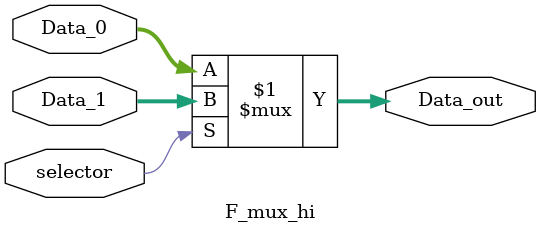
<source format=v>
module F_mux_hi (
    input  wire            selector,
    input  wire    [31:0]  Data_0,
    input  wire    [31:0]  Data_1, 
    output wire    [31:0]  Data_out 
);

    assign Data_out = (selector) ? Data_1 : Data_0;
    
endmodule
</source>
